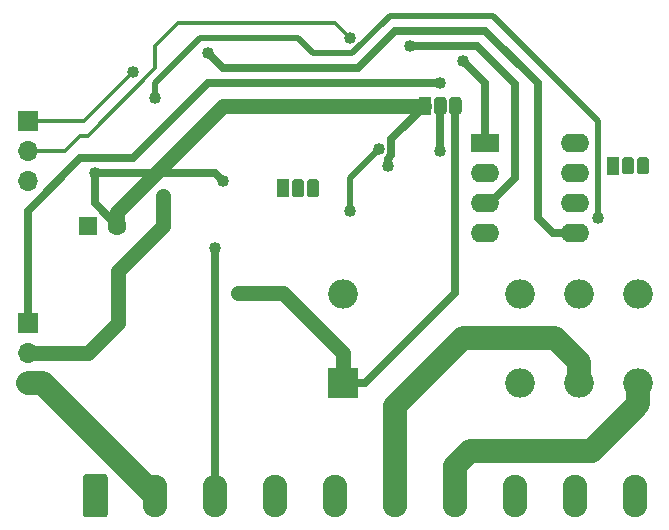
<source format=gbl>
G04 #@! TF.GenerationSoftware,KiCad,Pcbnew,(5.1.0-894-gde406e36d)*
G04 #@! TF.CreationDate,2019-08-24T10:53:01-07:00*
G04 #@! TF.ProjectId,RCSMCtrl,5243534d-4374-4726-9c2e-6b696361645f,A*
G04 #@! TF.SameCoordinates,Original*
G04 #@! TF.FileFunction,Copper,L2,Bot*
G04 #@! TF.FilePolarity,Positive*
%FSLAX46Y46*%
G04 Gerber Fmt 4.6, Leading zero omitted, Abs format (unit mm)*
G04 Created by KiCad (PCBNEW (5.1.0-894-gde406e36d)) date 2019-08-24 10:53:01*
%MOMM*%
%LPD*%
G04 APERTURE LIST*
%ADD10O,1.700000X1.700000*%
%ADD11R,1.700000X1.700000*%
%ADD12R,1.050000X1.500000*%
%ADD13C,0.100000*%
%ADD14C,1.050000*%
%ADD15O,2.080000X3.600000*%
%ADD16C,2.080000*%
%ADD17O,2.400000X1.600000*%
%ADD18R,2.400000X1.600000*%
%ADD19C,1.600000*%
%ADD20R,1.600000X1.600000*%
%ADD21R,2.500000X2.500000*%
%ADD22O,2.500000X2.500000*%
%ADD23C,1.016000*%
%ADD24C,1.270000*%
%ADD25C,2.032000*%
%ADD26C,0.635000*%
%ADD27C,0.508000*%
%ADD28C,0.304800*%
G04 APERTURE END LIST*
D10*
X71120000Y-50165000D03*
X71120000Y-47625000D03*
D11*
X71120000Y-45085000D03*
D12*
X120650000Y-48895000D03*
D13*
G36*
X123552954Y-48164982D02*
G01*
X123638116Y-48221884D01*
X123695018Y-48307046D01*
X123715000Y-48407500D01*
X123715000Y-49382500D01*
X123695018Y-49482954D01*
X123638116Y-49568116D01*
X123552954Y-49625018D01*
X123452500Y-49645000D01*
X122927500Y-49645000D01*
X122827046Y-49625018D01*
X122741884Y-49568116D01*
X122684982Y-49482954D01*
X122665000Y-49382500D01*
X122665000Y-48407500D01*
X122684982Y-48307046D01*
X122741884Y-48221884D01*
X122827046Y-48164982D01*
X122927500Y-48145000D01*
X123452500Y-48145000D01*
X123552954Y-48164982D01*
X123552954Y-48164982D01*
G37*
D14*
X123190000Y-48895000D03*
D13*
G36*
X122282954Y-48164982D02*
G01*
X122368116Y-48221884D01*
X122425018Y-48307046D01*
X122445000Y-48407500D01*
X122445000Y-49382500D01*
X122425018Y-49482954D01*
X122368116Y-49568116D01*
X122282954Y-49625018D01*
X122182500Y-49645000D01*
X121657500Y-49645000D01*
X121557046Y-49625018D01*
X121471884Y-49568116D01*
X121414982Y-49482954D01*
X121395000Y-49382500D01*
X121395000Y-48407500D01*
X121414982Y-48307046D01*
X121471884Y-48221884D01*
X121557046Y-48164982D01*
X121657500Y-48145000D01*
X122182500Y-48145000D01*
X122282954Y-48164982D01*
X122282954Y-48164982D01*
G37*
D14*
X121920000Y-48895000D03*
D12*
X92710000Y-50800000D03*
D13*
G36*
X95612954Y-50069982D02*
G01*
X95698116Y-50126884D01*
X95755018Y-50212046D01*
X95775000Y-50312500D01*
X95775000Y-51287500D01*
X95755018Y-51387954D01*
X95698116Y-51473116D01*
X95612954Y-51530018D01*
X95512500Y-51550000D01*
X94987500Y-51550000D01*
X94887046Y-51530018D01*
X94801884Y-51473116D01*
X94744982Y-51387954D01*
X94725000Y-51287500D01*
X94725000Y-50312500D01*
X94744982Y-50212046D01*
X94801884Y-50126884D01*
X94887046Y-50069982D01*
X94987500Y-50050000D01*
X95512500Y-50050000D01*
X95612954Y-50069982D01*
X95612954Y-50069982D01*
G37*
D14*
X95250000Y-50800000D03*
D13*
G36*
X94342954Y-50069982D02*
G01*
X94428116Y-50126884D01*
X94485018Y-50212046D01*
X94505000Y-50312500D01*
X94505000Y-51287500D01*
X94485018Y-51387954D01*
X94428116Y-51473116D01*
X94342954Y-51530018D01*
X94242500Y-51550000D01*
X93717500Y-51550000D01*
X93617046Y-51530018D01*
X93531884Y-51473116D01*
X93474982Y-51387954D01*
X93455000Y-51287500D01*
X93455000Y-50312500D01*
X93474982Y-50212046D01*
X93531884Y-50126884D01*
X93617046Y-50069982D01*
X93717500Y-50050000D01*
X94242500Y-50050000D01*
X94342954Y-50069982D01*
X94342954Y-50069982D01*
G37*
D14*
X93980000Y-50800000D03*
D12*
X104775000Y-43815000D03*
D13*
G36*
X107677954Y-43084982D02*
G01*
X107763116Y-43141884D01*
X107820018Y-43227046D01*
X107840000Y-43327500D01*
X107840000Y-44302500D01*
X107820018Y-44402954D01*
X107763116Y-44488116D01*
X107677954Y-44545018D01*
X107577500Y-44565000D01*
X107052500Y-44565000D01*
X106952046Y-44545018D01*
X106866884Y-44488116D01*
X106809982Y-44402954D01*
X106790000Y-44302500D01*
X106790000Y-43327500D01*
X106809982Y-43227046D01*
X106866884Y-43141884D01*
X106952046Y-43084982D01*
X107052500Y-43065000D01*
X107577500Y-43065000D01*
X107677954Y-43084982D01*
X107677954Y-43084982D01*
G37*
D14*
X107315000Y-43815000D03*
D13*
G36*
X106407954Y-43084982D02*
G01*
X106493116Y-43141884D01*
X106550018Y-43227046D01*
X106570000Y-43327500D01*
X106570000Y-44302500D01*
X106550018Y-44402954D01*
X106493116Y-44488116D01*
X106407954Y-44545018D01*
X106307500Y-44565000D01*
X105782500Y-44565000D01*
X105682046Y-44545018D01*
X105596884Y-44488116D01*
X105539982Y-44402954D01*
X105520000Y-44302500D01*
X105520000Y-43327500D01*
X105539982Y-43227046D01*
X105596884Y-43141884D01*
X105682046Y-43084982D01*
X105782500Y-43065000D01*
X106307500Y-43065000D01*
X106407954Y-43084982D01*
X106407954Y-43084982D01*
G37*
D14*
X106045000Y-43815000D03*
D10*
X71120000Y-67310000D03*
X71120000Y-64770000D03*
D11*
X71120000Y-62230000D03*
D15*
X122555000Y-76835000D03*
X117475000Y-76835000D03*
X112395000Y-76835000D03*
X107315000Y-76835000D03*
X102235000Y-76835000D03*
X97155000Y-76835000D03*
X92075000Y-76835000D03*
X86995000Y-76835000D03*
X81915000Y-76835000D03*
D13*
G36*
X77720671Y-75054030D02*
G01*
X77801777Y-75108223D01*
X77855970Y-75189329D01*
X77875000Y-75284999D01*
X77875000Y-78385001D01*
X77855970Y-78480671D01*
X77801777Y-78561777D01*
X77720671Y-78615970D01*
X77625001Y-78635000D01*
X76044999Y-78635000D01*
X75949329Y-78615970D01*
X75868223Y-78561777D01*
X75814030Y-78480671D01*
X75795000Y-78385001D01*
X75795000Y-75284999D01*
X75814030Y-75189329D01*
X75868223Y-75108223D01*
X75949329Y-75054030D01*
X76044999Y-75035000D01*
X77625001Y-75035000D01*
X77720671Y-75054030D01*
X77720671Y-75054030D01*
G37*
D16*
X76835000Y-76835000D03*
D17*
X117475000Y-46990000D03*
X109855000Y-54610000D03*
X117475000Y-49530000D03*
X109855000Y-52070000D03*
X117475000Y-52070000D03*
X109855000Y-49530000D03*
X117475000Y-54610000D03*
D18*
X109855000Y-46990000D03*
D19*
X78700000Y-53975000D03*
D20*
X76200000Y-53975000D03*
D21*
X97790000Y-67310000D03*
D22*
X112790000Y-67310000D03*
X117790000Y-67310000D03*
X122790000Y-67310000D03*
X122790000Y-59810000D03*
X117790000Y-59810000D03*
X112790000Y-59810000D03*
X97790000Y-59810000D03*
D23*
X98425000Y-38100000D03*
X79980000Y-40985000D03*
X106045000Y-41910000D03*
X98425000Y-52705000D03*
X119380000Y-53340000D03*
X81915000Y-43180000D03*
X88900000Y-59690000D03*
X86360000Y-39370000D03*
X86995000Y-55880000D03*
X87630000Y-50165000D03*
X76835000Y-49530000D03*
X103505000Y-38735000D03*
X82550000Y-51435000D03*
X78740000Y-62230000D03*
X101600000Y-48895000D03*
X100874854Y-47534854D03*
X107950000Y-40005000D03*
X106045000Y-47625000D03*
D24*
X78740000Y-62230000D02*
X78740000Y-57785000D01*
X78740000Y-57785000D02*
X82550000Y-53975000D01*
X82550000Y-53975000D02*
X82550000Y-51435000D01*
X71120000Y-64770000D02*
X73660000Y-64770000D01*
X73660000Y-64770000D02*
X76200000Y-64770000D01*
D25*
X117790000Y-67310000D02*
X117790000Y-65542234D01*
X115747766Y-63500000D02*
X107950000Y-63500000D01*
X117790000Y-65542234D02*
X115747766Y-63500000D01*
X102235000Y-69215000D02*
X102235000Y-76835000D01*
X107950000Y-63500000D02*
X102235000Y-69215000D01*
X122790000Y-67310000D02*
X122790000Y-69077766D01*
X107315000Y-74295000D02*
X107315000Y-76835000D01*
X122790000Y-69077766D02*
X118842766Y-73025000D01*
X118842766Y-73025000D02*
X108585000Y-73025000D01*
X108585000Y-73025000D02*
X107315000Y-74295000D01*
D26*
X106045000Y-41910000D02*
X86360000Y-41910000D01*
X86360000Y-41910000D02*
X79975089Y-48294911D01*
X79975089Y-48294911D02*
X75530089Y-48294911D01*
X75530089Y-48294911D02*
X71120000Y-52705000D01*
X71120000Y-52705000D02*
X71120000Y-62230000D01*
X114300000Y-41910000D02*
X109855000Y-37465000D01*
X115570000Y-54610000D02*
X114300000Y-53340000D01*
X114300000Y-53340000D02*
X114300000Y-41910000D01*
X117475000Y-54610000D02*
X115570000Y-54610000D01*
X87630000Y-40640000D02*
X86360000Y-39370000D01*
X109855000Y-37465000D02*
X102235000Y-37465000D01*
X102235000Y-37465000D02*
X99060000Y-40640000D01*
X99060000Y-40640000D02*
X87630000Y-40640000D01*
D27*
X119380000Y-53340000D02*
X119380000Y-45085000D01*
X119380000Y-45085000D02*
X110490000Y-36195000D01*
X98578764Y-39370000D02*
X95250000Y-39370000D01*
X110490000Y-36195000D02*
X101753764Y-36195000D01*
X95250000Y-39370000D02*
X93980000Y-38100000D01*
X101753764Y-36195000D02*
X98578764Y-39370000D01*
X93980000Y-38100000D02*
X85725000Y-38100000D01*
X81915000Y-41910000D02*
X81915000Y-43180000D01*
X85725000Y-38100000D02*
X81915000Y-41910000D01*
D28*
X71120000Y-47625000D02*
X74295000Y-47625000D01*
X74295000Y-47625000D02*
X75565000Y-46355000D01*
X97155000Y-36830000D02*
X98425000Y-38100000D01*
X75565000Y-46355000D02*
X76200000Y-46355000D01*
X76200000Y-46355000D02*
X81915000Y-40640000D01*
X81915000Y-40640000D02*
X81915000Y-38735000D01*
X81915000Y-38735000D02*
X83820000Y-36830000D01*
X83820000Y-36830000D02*
X97155000Y-36830000D01*
X71120000Y-45085000D02*
X75880000Y-45085000D01*
X75880000Y-45085000D02*
X79980000Y-40985000D01*
D24*
X78700000Y-53975000D02*
X78700000Y-52843630D01*
X87655628Y-43888002D02*
X104611988Y-43888002D01*
X104611988Y-43888002D02*
X104684990Y-43815000D01*
X78700000Y-52843630D02*
X87655628Y-43888002D01*
D26*
X109121474Y-38735000D02*
X104223420Y-38735000D01*
X110255000Y-52070000D02*
X112395000Y-49930000D01*
X104223420Y-38735000D02*
X103505000Y-38735000D01*
X112395000Y-49930000D02*
X112395000Y-42008526D01*
X109855000Y-52070000D02*
X110255000Y-52070000D01*
X112395000Y-42008526D02*
X109121474Y-38735000D01*
X107315000Y-43815000D02*
X107315000Y-59670000D01*
X107315000Y-59670000D02*
X99675000Y-67310000D01*
X99675000Y-67310000D02*
X97790000Y-67310000D01*
D24*
X88900000Y-59690000D02*
X92690000Y-59690000D01*
X92690000Y-59690000D02*
X97790000Y-64790000D01*
X97790000Y-64790000D02*
X97790000Y-67310000D01*
D26*
X86995000Y-76835000D02*
X86995000Y-55880000D01*
X76835000Y-49530000D02*
X86995000Y-49530000D01*
X86995000Y-49530000D02*
X87630000Y-50165000D01*
X76835000Y-49530000D02*
X76835000Y-52110000D01*
X76835000Y-52110000D02*
X78700000Y-53975000D01*
D24*
X76200000Y-64770000D02*
X78740000Y-62230000D01*
D25*
X81915000Y-76835000D02*
X72390000Y-67310000D01*
X72390000Y-67310000D02*
X71120000Y-67310000D01*
D26*
X101600000Y-48895000D02*
X101600000Y-48327450D01*
X101900355Y-46689645D02*
X104775000Y-43815000D01*
X101600000Y-48327450D02*
X101900355Y-48027095D01*
D27*
X98425000Y-52705000D02*
X98425000Y-49984708D01*
X98425000Y-49984708D02*
X100366855Y-48042853D01*
D26*
X101900355Y-48027095D02*
X101900355Y-46689645D01*
D27*
X100366855Y-48042853D02*
X100874854Y-47534854D01*
D26*
X109855000Y-41910000D02*
X107950000Y-40005000D01*
X109855000Y-46990000D02*
X109855000Y-41910000D01*
X106045000Y-43815000D02*
X106045000Y-47625000D01*
M02*

</source>
